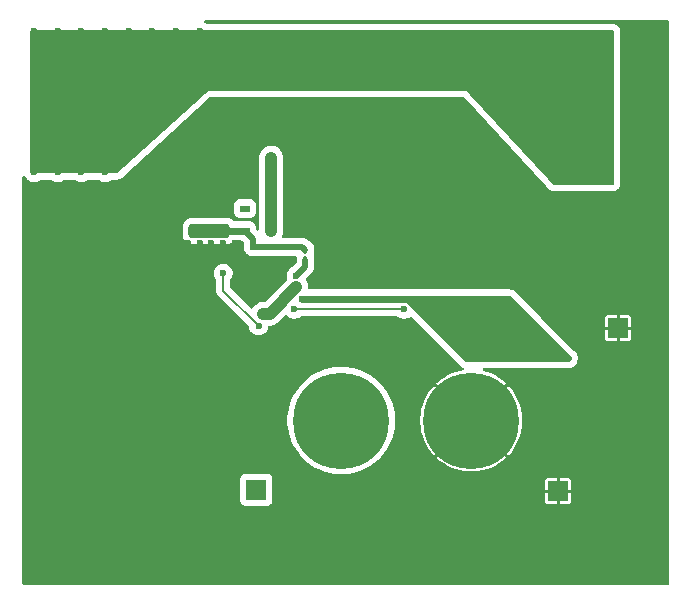
<source format=gbr>
%TF.GenerationSoftware,KiCad,Pcbnew,9.0.1*%
%TF.CreationDate,2025-11-16T17:24:42-08:00*%
%TF.ProjectId,Si-LTC7800,53692d4c-5443-4373-9830-302e6b696361,rev?*%
%TF.SameCoordinates,Original*%
%TF.FileFunction,Copper,L2,Bot*%
%TF.FilePolarity,Positive*%
%FSLAX46Y46*%
G04 Gerber Fmt 4.6, Leading zero omitted, Abs format (unit mm)*
G04 Created by KiCad (PCBNEW 9.0.1) date 2025-11-16 17:24:42*
%MOMM*%
%LPD*%
G01*
G04 APERTURE LIST*
G04 Aperture macros list*
%AMRoundRect*
0 Rectangle with rounded corners*
0 $1 Rounding radius*
0 $2 $3 $4 $5 $6 $7 $8 $9 X,Y pos of 4 corners*
0 Add a 4 corners polygon primitive as box body*
4,1,4,$2,$3,$4,$5,$6,$7,$8,$9,$2,$3,0*
0 Add four circle primitives for the rounded corners*
1,1,$1+$1,$2,$3*
1,1,$1+$1,$4,$5*
1,1,$1+$1,$6,$7*
1,1,$1+$1,$8,$9*
0 Add four rect primitives between the rounded corners*
20,1,$1+$1,$2,$3,$4,$5,0*
20,1,$1+$1,$4,$5,$6,$7,0*
20,1,$1+$1,$6,$7,$8,$9,0*
20,1,$1+$1,$8,$9,$2,$3,0*%
G04 Aperture macros list end*
%TA.AperFunction,Conductor*%
%ADD10C,0.200000*%
%TD*%
%TA.AperFunction,ComponentPad*%
%ADD11C,8.115000*%
%TD*%
%TA.AperFunction,ComponentPad*%
%ADD12R,1.700000X1.700000*%
%TD*%
%TA.AperFunction,SMDPad,CuDef*%
%ADD13RoundRect,0.250000X-0.475000X0.337500X-0.475000X-0.337500X0.475000X-0.337500X0.475000X0.337500X0*%
%TD*%
%TA.AperFunction,SMDPad,CuDef*%
%ADD14RoundRect,0.250000X0.475000X-0.337500X0.475000X0.337500X-0.475000X0.337500X-0.475000X-0.337500X0*%
%TD*%
%TA.AperFunction,SMDPad,CuDef*%
%ADD15R,0.850000X0.600000*%
%TD*%
%TA.AperFunction,SMDPad,CuDef*%
%ADD16RoundRect,0.100000X0.100000X-0.217500X0.100000X0.217500X-0.100000X0.217500X-0.100000X-0.217500X0*%
%TD*%
%TA.AperFunction,ViaPad*%
%ADD17C,0.600000*%
%TD*%
%TA.AperFunction,Conductor*%
%ADD18C,1.200000*%
%TD*%
%TA.AperFunction,Conductor*%
%ADD19C,0.500000*%
%TD*%
%TA.AperFunction,Conductor*%
%ADD20C,0.600000*%
%TD*%
%TA.AperFunction,Conductor*%
%ADD21C,1.000000*%
%TD*%
G04 APERTURE END LIST*
D10*
%TO.N,/Vout*%
X160000000Y-128000000D02*
X155000000Y-128000000D01*
X143000000Y-115000000D01*
X160000000Y-115000000D01*
X160000000Y-128000000D01*
%TA.AperFunction,Conductor*%
G36*
X160000000Y-128000000D02*
G01*
X155000000Y-128000000D01*
X143000000Y-115000000D01*
X160000000Y-115000000D01*
X160000000Y-128000000D01*
G37*
%TD.AperFunction*%
X125730359Y-120000000D02*
X118000000Y-127000000D01*
X110730359Y-127000000D01*
X110730359Y-115000000D01*
X125730359Y-115000000D01*
X125730359Y-120000000D01*
%TA.AperFunction,Conductor*%
G36*
X125730359Y-120000000D02*
G01*
X118000000Y-127000000D01*
X110730359Y-127000000D01*
X110730359Y-115000000D01*
X125730359Y-115000000D01*
X125730359Y-120000000D01*
G37*
%TD.AperFunction*%
X158000000Y-120000000D02*
X118000000Y-120000000D01*
X118000000Y-115000000D01*
X158000000Y-115000000D01*
X158000000Y-120000000D01*
%TA.AperFunction,Conductor*%
G36*
X158000000Y-120000000D02*
G01*
X118000000Y-120000000D01*
X118000000Y-115000000D01*
X158000000Y-115000000D01*
X158000000Y-120000000D01*
G37*
%TD.AperFunction*%
%TO.N,/VFB*%
X156381177Y-142891065D02*
X156302880Y-142969362D01*
X147562724Y-142969362D01*
X142315321Y-137721959D01*
X151212071Y-137721959D01*
X156381177Y-142891065D01*
%TA.AperFunction,Conductor*%
G36*
X156381177Y-142891065D02*
G01*
X156302880Y-142969362D01*
X147562724Y-142969362D01*
X142315321Y-137721959D01*
X151212071Y-137721959D01*
X156381177Y-142891065D01*
G37*
%TD.AperFunction*%
%TD*%
D11*
%TO.P,VSource_IN1,1,1*%
%TO.N,/VIN*%
X137000000Y-148000000D03*
%TD*%
D12*
%TO.P,VOUT1,1,Pin_1*%
%TO.N,/Vout*%
X156982531Y-126142225D03*
%TD*%
%TO.P,TP_VIN1,1,Pin_1*%
%TO.N,/VIN*%
X129801819Y-153856766D03*
%TD*%
D11*
%TO.P,VSource_GND1,1,1*%
%TO.N,GND*%
X148000000Y-148000000D03*
%TD*%
D12*
%TO.P,GND1,1,Pin_1*%
%TO.N,GND*%
X160447591Y-140176070D03*
%TD*%
%TO.P,TP_VIN2,1,Pin_1*%
%TO.N,GND*%
X155365514Y-153989340D03*
%TD*%
D13*
%TO.P,C2,1*%
%TO.N,GND*%
X126847879Y-129879050D03*
%TO.P,C2,2*%
%TO.N,/INTVCC*%
X126847879Y-131954050D03*
%TD*%
D14*
%TO.P,C2_EX1,1*%
%TO.N,/INTVCC*%
X124802858Y-131944038D03*
%TO.P,C2_EX1,2*%
%TO.N,GND*%
X124802858Y-129869038D03*
%TD*%
D15*
%TO.P,D1,1,A*%
%TO.N,/INTVCC*%
X128850000Y-131950000D03*
%TO.P,D1,2,NC*%
%TO.N,unconnected-(D1-NC-Pad2)*%
X128850000Y-130050000D03*
%TO.P,D1,3,K*%
%TO.N,/BOOST*%
X131150000Y-131000000D03*
%TD*%
D16*
%TO.P,R1,1*%
%TO.N,Net-(U1-PGOOD)*%
X133966857Y-134400781D03*
%TO.P,R1,2*%
%TO.N,/INTVCC*%
X133966857Y-133585781D03*
%TD*%
D17*
%TO.N,GND*%
X129000000Y-124000000D03*
X122000000Y-126000000D03*
X128000000Y-122000000D03*
X126000000Y-134000000D03*
X121000000Y-131000000D03*
X127000000Y-133000000D03*
X125000000Y-128000000D03*
X123000000Y-129000000D03*
X123000000Y-131000000D03*
X123000000Y-127000000D03*
X126000000Y-125000000D03*
X119000000Y-131000000D03*
X123000000Y-125000000D03*
X126000000Y-123000000D03*
X124000000Y-127000000D03*
X127000000Y-134000000D03*
X126000000Y-122000000D03*
X128000000Y-126000000D03*
X122000000Y-127000000D03*
X125000000Y-124000000D03*
X128000000Y-128000000D03*
X129000000Y-122000000D03*
X127000000Y-126000000D03*
X125000000Y-133000000D03*
X129000000Y-127000000D03*
X121000000Y-130000000D03*
X124000000Y-124000000D03*
X127000000Y-125000000D03*
X128000000Y-127000000D03*
X127000000Y-127000000D03*
X128000000Y-133000000D03*
X129000000Y-128000000D03*
X123000000Y-126000000D03*
X127000000Y-128000000D03*
X127000000Y-121000000D03*
X128000000Y-123000000D03*
X127000000Y-124000000D03*
X124000000Y-125000000D03*
X124000000Y-126000000D03*
X121000000Y-129000000D03*
X128000000Y-121000000D03*
X129000000Y-125000000D03*
X126000000Y-124000000D03*
X125000000Y-125000000D03*
X124000000Y-128000000D03*
X127000000Y-123000000D03*
X122000000Y-129000000D03*
X122000000Y-131000000D03*
X123000000Y-128000000D03*
X125000000Y-127000000D03*
X126000000Y-127000000D03*
X127000000Y-122000000D03*
X124000000Y-133000000D03*
X121000000Y-128000000D03*
X126000000Y-128000000D03*
X122000000Y-130000000D03*
X124000000Y-134000000D03*
X120000000Y-131000000D03*
X129000000Y-123000000D03*
X119000000Y-130000000D03*
X126000000Y-133000000D03*
X129000000Y-126000000D03*
X122000000Y-128000000D03*
X121000000Y-127000000D03*
X132791643Y-134441604D03*
X119000000Y-129000000D03*
X125000000Y-126000000D03*
X123000000Y-130000000D03*
X128000000Y-124000000D03*
X129000000Y-121000000D03*
X125000000Y-134000000D03*
X120000000Y-130000000D03*
X126000000Y-126000000D03*
X120000000Y-128000000D03*
X125000000Y-123000000D03*
X128000000Y-125000000D03*
X120000000Y-129000000D03*
%TO.N,/INTVCC*%
X129541546Y-133293218D03*
%TO.N,/BOOST*%
X131055754Y-131981697D03*
X131055754Y-125740699D03*
%TO.N,/Vout*%
X116000000Y-120000000D03*
X117000000Y-115000000D03*
X114000000Y-122000000D03*
X123000000Y-117000000D03*
X126000000Y-118000000D03*
X114000000Y-120000000D03*
X111000000Y-117000000D03*
X116000000Y-116000000D03*
X112000000Y-126000000D03*
X122000000Y-120000000D03*
X117000000Y-119000000D03*
X122000000Y-118000000D03*
X116000000Y-122000000D03*
X113000000Y-117000000D03*
X119000000Y-121000000D03*
X115000000Y-115000000D03*
X112000000Y-116000000D03*
X113000000Y-115000000D03*
X124000000Y-118000000D03*
X115000000Y-123000000D03*
X111000000Y-121000000D03*
X111000000Y-115000000D03*
X123000000Y-119000000D03*
X118000000Y-124000000D03*
X113000000Y-119000000D03*
X114000000Y-116000000D03*
X111000000Y-123000000D03*
X116000000Y-118000000D03*
X124000000Y-116000000D03*
X126000000Y-116000000D03*
X118000000Y-118000000D03*
X120000000Y-118000000D03*
X121000000Y-123000000D03*
X121000000Y-119000000D03*
X111000000Y-125000000D03*
X119000000Y-115000000D03*
X118000000Y-122000000D03*
X117000000Y-125000000D03*
X122000000Y-116000000D03*
X116000000Y-116000000D03*
X115000000Y-121000000D03*
X114000000Y-126000000D03*
X112000000Y-118000000D03*
X113000000Y-125000000D03*
X120000000Y-124000000D03*
X113000000Y-121000000D03*
X121000000Y-115000000D03*
X112000000Y-124000000D03*
X112000000Y-120000000D03*
X125000000Y-115000000D03*
X117000000Y-117000000D03*
X119000000Y-117000000D03*
X115000000Y-125000000D03*
X118000000Y-116000000D03*
X121000000Y-121000000D03*
X124000000Y-120000000D03*
X121000000Y-117000000D03*
X114000000Y-118000000D03*
X112000000Y-122000000D03*
X125000000Y-119000000D03*
X119000000Y-125000000D03*
X118000000Y-120000000D03*
X117000000Y-127000000D03*
X125000000Y-117000000D03*
X111000000Y-119000000D03*
X115000000Y-119000000D03*
X122000000Y-122000000D03*
X120000000Y-116000000D03*
X113000000Y-123000000D03*
X123000000Y-121000000D03*
X114000000Y-124000000D03*
X119000000Y-123000000D03*
X116000000Y-126000000D03*
X115000000Y-127000000D03*
X123000000Y-115000000D03*
X117000000Y-121000000D03*
X117000000Y-123000000D03*
X120000000Y-120000000D03*
X120000000Y-122000000D03*
X111000000Y-127000000D03*
X118000000Y-126000000D03*
X115000000Y-117000000D03*
X113000000Y-127000000D03*
X119000000Y-119000000D03*
X116000000Y-124000000D03*
%TO.N,/SENSE+*%
X142334423Y-138576406D03*
X133023955Y-138580578D03*
%TO.N,/VFB*%
X156228933Y-142738933D03*
X133640768Y-137677682D03*
%TO.N,/VIN*%
X130000000Y-140000000D03*
X127000000Y-135518467D03*
%TO.N,Net-(U1-PGOOD)*%
X133205977Y-135727623D03*
%TO.N,/ITH*%
X133192265Y-136655934D03*
X130394280Y-138962381D03*
%TD*%
D18*
%TO.N,/INTVCC*%
X126789457Y-131954050D02*
X124871292Y-131954050D01*
D19*
X133674294Y-133293218D02*
X133966857Y-133585781D01*
D20*
X128850000Y-131950000D02*
X126851929Y-131950000D01*
D19*
X129541546Y-133293218D02*
X129541546Y-132641546D01*
X129541546Y-132641546D02*
X128850000Y-131950000D01*
X129541546Y-133293218D02*
X133674294Y-133293218D01*
D21*
X124842081Y-131983261D02*
X124802858Y-131944038D01*
D10*
X126851929Y-131950000D02*
X126818668Y-131983261D01*
%TO.N,/BOOST*%
X131100984Y-132075161D02*
X131100984Y-132076113D01*
D21*
X131055754Y-125740699D02*
X131055754Y-131981697D01*
D10*
X131125101Y-132051044D02*
X131100984Y-132075161D01*
%TO.N,/Vout*%
X125230359Y-116500000D02*
X148070665Y-116500000D01*
%TO.N,/SENSE+*%
X140683827Y-138576406D02*
X142334423Y-138576406D01*
X133023955Y-138580578D02*
X140679655Y-138580578D01*
X140679655Y-138580578D02*
X140683827Y-138576406D01*
D20*
%TO.N,/VFB*%
X133640768Y-137677682D02*
X151167794Y-137677682D01*
X151167794Y-137677682D02*
X156228933Y-142738821D01*
X156228933Y-142738821D02*
X156228933Y-142738933D01*
D10*
%TO.N,/VIN*%
X127000000Y-135518467D02*
X127000000Y-137000000D01*
X127000000Y-137000000D02*
X130000000Y-140000000D01*
D19*
%TO.N,Net-(U1-PGOOD)*%
X133966857Y-134966743D02*
X133966857Y-134400781D01*
X133205977Y-135727623D02*
X133966857Y-134966743D01*
D21*
%TO.N,/ITH*%
X130938085Y-138962381D02*
X133192265Y-136708201D01*
X130394280Y-138962381D02*
X130938085Y-138962381D01*
%TD*%
%TA.AperFunction,Conductor*%
%TO.N,GND*%
G36*
X164692539Y-114120185D02*
G01*
X164738294Y-114172989D01*
X164749500Y-114224500D01*
X164749500Y-161775500D01*
X164729815Y-161842539D01*
X164677011Y-161888294D01*
X164625500Y-161899500D01*
X110124500Y-161899500D01*
X110057461Y-161879815D01*
X110011706Y-161827011D01*
X110000500Y-161775500D01*
X110000500Y-152958901D01*
X128451319Y-152958901D01*
X128451319Y-154754636D01*
X128451320Y-154754642D01*
X128457727Y-154814249D01*
X128508021Y-154949094D01*
X128508025Y-154949101D01*
X128594271Y-155064310D01*
X128594274Y-155064313D01*
X128709483Y-155150559D01*
X128709490Y-155150563D01*
X128844336Y-155200857D01*
X128844335Y-155200857D01*
X128851263Y-155201601D01*
X128903946Y-155207266D01*
X130699691Y-155207265D01*
X130759302Y-155200857D01*
X130894150Y-155150562D01*
X131009365Y-155064312D01*
X131095615Y-154949097D01*
X131145910Y-154814249D01*
X131152319Y-154754639D01*
X131152318Y-153796347D01*
X131152318Y-153114318D01*
X154261514Y-153114318D01*
X154261514Y-153862340D01*
X154881906Y-153862340D01*
X154865514Y-153923514D01*
X154865514Y-154055166D01*
X154881906Y-154116340D01*
X154261515Y-154116340D01*
X154261515Y-154864354D01*
X154276251Y-154938446D01*
X154276252Y-154938449D01*
X154332390Y-155022463D01*
X154416409Y-155078603D01*
X154416410Y-155078604D01*
X154490494Y-155093339D01*
X155238513Y-155093339D01*
X155238514Y-155093338D01*
X155238514Y-154472948D01*
X155299688Y-154489340D01*
X155431340Y-154489340D01*
X155492514Y-154472948D01*
X155492514Y-155093339D01*
X156240529Y-155093339D01*
X156314620Y-155078602D01*
X156314623Y-155078601D01*
X156398637Y-155022463D01*
X156454777Y-154938444D01*
X156454778Y-154938443D01*
X156469513Y-154864361D01*
X156469514Y-154864358D01*
X156469514Y-154116340D01*
X155849122Y-154116340D01*
X155865514Y-154055166D01*
X155865514Y-153923514D01*
X155849122Y-153862340D01*
X156469513Y-153862340D01*
X156469513Y-153114325D01*
X156454776Y-153040233D01*
X156454775Y-153040230D01*
X156398637Y-152956216D01*
X156314618Y-152900076D01*
X156314617Y-152900075D01*
X156240535Y-152885340D01*
X155492514Y-152885340D01*
X155492514Y-153505731D01*
X155431340Y-153489340D01*
X155299688Y-153489340D01*
X155238514Y-153505731D01*
X155238514Y-152885340D01*
X154490499Y-152885340D01*
X154416407Y-152900077D01*
X154416404Y-152900078D01*
X154332390Y-152956216D01*
X154276250Y-153040235D01*
X154276249Y-153040236D01*
X154261514Y-153114318D01*
X131152318Y-153114318D01*
X131152318Y-153108231D01*
X131152318Y-152958895D01*
X131152317Y-152958889D01*
X131152316Y-152958882D01*
X131147118Y-152910523D01*
X131145910Y-152899282D01*
X131095616Y-152764437D01*
X131095612Y-152764430D01*
X131009366Y-152649221D01*
X131009363Y-152649218D01*
X130894154Y-152562972D01*
X130894147Y-152562968D01*
X130759301Y-152512674D01*
X130759302Y-152512674D01*
X130699702Y-152506267D01*
X130699700Y-152506266D01*
X130699692Y-152506266D01*
X130699683Y-152506266D01*
X128903948Y-152506266D01*
X128903942Y-152506267D01*
X128844335Y-152512674D01*
X128709490Y-152562968D01*
X128709483Y-152562972D01*
X128594274Y-152649218D01*
X128594271Y-152649221D01*
X128508025Y-152764430D01*
X128508021Y-152764437D01*
X128457727Y-152899283D01*
X128451607Y-152956216D01*
X128451320Y-152958889D01*
X128451319Y-152958901D01*
X110000500Y-152958901D01*
X110000500Y-147800989D01*
X132442000Y-147800989D01*
X132442000Y-148199010D01*
X132476689Y-148595507D01*
X132545803Y-148987466D01*
X132545806Y-148987479D01*
X132648813Y-149371912D01*
X132648816Y-149371922D01*
X132648817Y-149371923D01*
X132720100Y-149567772D01*
X132784951Y-149745946D01*
X132953143Y-150106637D01*
X132953156Y-150106661D01*
X133152155Y-150451336D01*
X133152164Y-150451351D01*
X133380455Y-150777384D01*
X133496420Y-150915585D01*
X133636289Y-151082274D01*
X133917726Y-151363711D01*
X134026225Y-151454752D01*
X134222615Y-151619544D01*
X134222621Y-151619548D01*
X134222622Y-151619549D01*
X134548655Y-151847840D01*
X134789850Y-151987094D01*
X134893338Y-152046843D01*
X134893362Y-152046856D01*
X135254053Y-152215048D01*
X135254058Y-152215049D01*
X135254067Y-152215054D01*
X135628077Y-152351183D01*
X135628083Y-152351184D01*
X135628087Y-152351186D01*
X135732780Y-152379238D01*
X136012528Y-152454196D01*
X136404495Y-152523311D01*
X136800991Y-152557999D01*
X136800992Y-152558000D01*
X136800993Y-152558000D01*
X137199008Y-152558000D01*
X137199008Y-152557999D01*
X137595505Y-152523311D01*
X137987472Y-152454196D01*
X138371923Y-152351183D01*
X138745933Y-152215054D01*
X138749677Y-152213308D01*
X139106637Y-152046856D01*
X139106645Y-152046851D01*
X139106655Y-152046847D01*
X139451345Y-151847840D01*
X139777378Y-151619549D01*
X140082274Y-151363711D01*
X140363711Y-151082274D01*
X140619549Y-150777378D01*
X140847840Y-150451345D01*
X141046847Y-150106655D01*
X141046851Y-150106645D01*
X141046856Y-150106637D01*
X141215048Y-149745946D01*
X141215048Y-149745945D01*
X141215054Y-149745933D01*
X141351183Y-149371923D01*
X141454196Y-148987472D01*
X141523311Y-148595505D01*
X141558000Y-148199007D01*
X141558000Y-147800993D01*
X141523311Y-147404495D01*
X141454196Y-147012528D01*
X141351183Y-146628077D01*
X141215054Y-146254067D01*
X141215049Y-146254058D01*
X141215048Y-146254053D01*
X141046856Y-145893362D01*
X141046843Y-145893338D01*
X140987430Y-145790432D01*
X140847840Y-145548655D01*
X140619549Y-145222622D01*
X140619548Y-145222621D01*
X140619544Y-145222615D01*
X140363708Y-144917723D01*
X140082276Y-144636291D01*
X139777384Y-144380455D01*
X139451351Y-144152164D01*
X139451348Y-144152162D01*
X139451345Y-144152160D01*
X139348936Y-144093034D01*
X139106661Y-143953156D01*
X139106637Y-143953143D01*
X138745946Y-143784951D01*
X138745935Y-143784947D01*
X138745933Y-143784946D01*
X138371923Y-143648817D01*
X138371922Y-143648816D01*
X138371912Y-143648813D01*
X137987479Y-143545806D01*
X137987482Y-143545806D01*
X137987472Y-143545804D01*
X137798127Y-143512417D01*
X137595507Y-143476689D01*
X137199010Y-143442000D01*
X137199007Y-143442000D01*
X136800993Y-143442000D01*
X136800989Y-143442000D01*
X136404492Y-143476689D01*
X136012533Y-143545803D01*
X136012530Y-143545803D01*
X136012528Y-143545804D01*
X136012523Y-143545805D01*
X136012520Y-143545806D01*
X135628087Y-143648813D01*
X135254053Y-143784951D01*
X134893362Y-143953143D01*
X134893338Y-143953156D01*
X134548663Y-144152155D01*
X134548648Y-144152164D01*
X134222615Y-144380455D01*
X133917723Y-144636291D01*
X133636291Y-144917723D01*
X133380455Y-145222615D01*
X133152164Y-145548648D01*
X133152155Y-145548663D01*
X132953156Y-145893338D01*
X132953143Y-145893362D01*
X132784951Y-146254053D01*
X132648813Y-146628087D01*
X132545806Y-147012520D01*
X132545803Y-147012533D01*
X132476689Y-147404492D01*
X132442000Y-147800989D01*
X110000500Y-147800989D01*
X110000500Y-131556521D01*
X123577358Y-131556521D01*
X123577358Y-132331539D01*
X123577359Y-132331557D01*
X123587858Y-132434334D01*
X123587859Y-132434337D01*
X123633330Y-132571558D01*
X123643044Y-132600872D01*
X123735146Y-132750194D01*
X123859202Y-132874250D01*
X124008524Y-132966352D01*
X124175061Y-133021537D01*
X124277849Y-133032038D01*
X124632786Y-133032037D01*
X124652183Y-133033563D01*
X124784681Y-133054550D01*
X124784682Y-133054550D01*
X126876067Y-133054550D01*
X126876068Y-133054550D01*
X126925099Y-133046784D01*
X126945353Y-133043576D01*
X126964751Y-133042049D01*
X127372881Y-133042049D01*
X127372887Y-133042049D01*
X127475676Y-133031549D01*
X127642213Y-132976364D01*
X127791535Y-132884262D01*
X127888979Y-132786818D01*
X127950302Y-132753334D01*
X127976660Y-132750500D01*
X128377127Y-132750500D01*
X128537770Y-132750500D01*
X128567210Y-132759144D01*
X128597197Y-132765668D01*
X128602212Y-132769422D01*
X128604809Y-132770185D01*
X128625450Y-132786818D01*
X128750286Y-132911654D01*
X128783771Y-132972977D01*
X128778787Y-133042669D01*
X128777167Y-133046784D01*
X128771810Y-133059715D01*
X128771806Y-133059729D01*
X128741046Y-133214371D01*
X128741046Y-133372064D01*
X128771807Y-133526707D01*
X128771810Y-133526719D01*
X128832148Y-133672390D01*
X128832155Y-133672403D01*
X128919756Y-133803506D01*
X128919759Y-133803510D01*
X129031253Y-133915004D01*
X129031257Y-133915007D01*
X129162360Y-134002608D01*
X129162373Y-134002615D01*
X129261606Y-134043718D01*
X129308049Y-134062955D01*
X129462699Y-134093717D01*
X129462702Y-134093718D01*
X129462704Y-134093718D01*
X129620390Y-134093718D01*
X129620391Y-134093717D01*
X129696698Y-134078538D01*
X129775034Y-134062957D01*
X129775035Y-134062956D01*
X129775043Y-134062955D01*
X129798701Y-134053155D01*
X129846150Y-134043718D01*
X133121584Y-134043718D01*
X133188623Y-134063403D01*
X133234378Y-134116207D01*
X133244322Y-134185365D01*
X133243201Y-134191910D01*
X133216357Y-134326860D01*
X133216357Y-134604512D01*
X133196672Y-134671551D01*
X133180038Y-134692193D01*
X132890680Y-134981550D01*
X132850457Y-135008428D01*
X132826796Y-135018229D01*
X132826795Y-135018230D01*
X132695692Y-135105830D01*
X132695684Y-135105836D01*
X132584190Y-135217330D01*
X132584187Y-135217334D01*
X132496586Y-135348437D01*
X132496579Y-135348450D01*
X132436241Y-135494121D01*
X132436238Y-135494133D01*
X132405477Y-135648776D01*
X132405477Y-135806469D01*
X132437428Y-135967095D01*
X132435277Y-135967522D01*
X132435813Y-136027526D01*
X132404210Y-136081334D01*
X130559984Y-137925562D01*
X130498661Y-137959047D01*
X130472303Y-137961881D01*
X130295737Y-137961881D01*
X130102450Y-138000328D01*
X130102440Y-138000331D01*
X129920372Y-138075745D01*
X129920359Y-138075752D01*
X129756498Y-138185241D01*
X129756494Y-138185244D01*
X129617143Y-138324595D01*
X129617140Y-138324599D01*
X129523520Y-138464711D01*
X129469908Y-138509516D01*
X129400583Y-138518223D01*
X129337555Y-138488068D01*
X129332737Y-138483501D01*
X127636819Y-136787583D01*
X127603334Y-136726260D01*
X127600500Y-136699902D01*
X127600500Y-136098232D01*
X127620185Y-136031193D01*
X127621398Y-136029341D01*
X127709390Y-135897652D01*
X127709390Y-135897651D01*
X127709394Y-135897646D01*
X127769737Y-135751964D01*
X127800500Y-135597309D01*
X127800500Y-135439625D01*
X127800500Y-135439622D01*
X127800499Y-135439620D01*
X127769737Y-135284970D01*
X127769735Y-135284965D01*
X127709397Y-135139294D01*
X127709390Y-135139281D01*
X127621789Y-135008178D01*
X127621786Y-135008174D01*
X127510292Y-134896680D01*
X127510288Y-134896677D01*
X127379185Y-134809076D01*
X127379172Y-134809069D01*
X127233501Y-134748731D01*
X127233489Y-134748728D01*
X127078845Y-134717967D01*
X127078842Y-134717967D01*
X126921158Y-134717967D01*
X126921155Y-134717967D01*
X126766510Y-134748728D01*
X126766498Y-134748731D01*
X126620827Y-134809069D01*
X126620814Y-134809076D01*
X126489711Y-134896677D01*
X126489707Y-134896680D01*
X126378213Y-135008174D01*
X126378210Y-135008178D01*
X126290609Y-135139281D01*
X126290602Y-135139294D01*
X126230264Y-135284965D01*
X126230261Y-135284977D01*
X126199500Y-135439620D01*
X126199500Y-135597313D01*
X126230261Y-135751956D01*
X126230264Y-135751968D01*
X126290602Y-135897639D01*
X126290609Y-135897652D01*
X126378602Y-136029341D01*
X126399480Y-136096018D01*
X126399500Y-136098232D01*
X126399500Y-136913330D01*
X126399499Y-136913348D01*
X126399499Y-137079054D01*
X126399498Y-137079054D01*
X126399499Y-137079057D01*
X126440423Y-137231785D01*
X126458452Y-137263012D01*
X126458453Y-137263014D01*
X126458454Y-137263014D01*
X126519479Y-137368714D01*
X126519481Y-137368717D01*
X126638349Y-137487585D01*
X126638355Y-137487590D01*
X129165425Y-140014660D01*
X129198910Y-140075983D01*
X129199361Y-140078149D01*
X129230261Y-140233491D01*
X129230264Y-140233501D01*
X129290602Y-140379172D01*
X129290609Y-140379185D01*
X129378210Y-140510288D01*
X129378213Y-140510292D01*
X129489707Y-140621786D01*
X129489711Y-140621789D01*
X129620814Y-140709390D01*
X129620827Y-140709397D01*
X129766498Y-140769735D01*
X129766503Y-140769737D01*
X129921153Y-140800499D01*
X129921156Y-140800500D01*
X129921158Y-140800500D01*
X130078844Y-140800500D01*
X130078845Y-140800499D01*
X130233497Y-140769737D01*
X130379179Y-140709394D01*
X130510289Y-140621789D01*
X130621789Y-140510289D01*
X130709394Y-140379179D01*
X130769737Y-140233497D01*
X130794254Y-140110244D01*
X130800500Y-140078845D01*
X130800905Y-140074732D01*
X130812915Y-140044985D01*
X130823501Y-140014673D01*
X130825916Y-140012784D01*
X130827063Y-140009944D01*
X130853254Y-139991408D01*
X130878542Y-139971636D01*
X130882176Y-139970940D01*
X130884095Y-139969583D01*
X130912865Y-139963410D01*
X130918573Y-139962881D01*
X131036625Y-139962881D01*
X131036626Y-139962881D01*
X131133273Y-139943656D01*
X131229921Y-139924432D01*
X131283250Y-139902342D01*
X131411999Y-139849013D01*
X131575867Y-139739520D01*
X131715224Y-139600163D01*
X131715225Y-139600160D01*
X131722291Y-139593095D01*
X131722294Y-139593091D01*
X132225662Y-139089722D01*
X132286983Y-139056239D01*
X132356675Y-139061223D01*
X132401022Y-139089724D01*
X132513662Y-139202364D01*
X132513666Y-139202367D01*
X132644769Y-139289968D01*
X132644782Y-139289975D01*
X132780381Y-139346141D01*
X132790458Y-139350315D01*
X132924134Y-139376905D01*
X132945108Y-139381077D01*
X132945111Y-139381078D01*
X132945113Y-139381078D01*
X133102799Y-139381078D01*
X133102800Y-139381077D01*
X133257452Y-139350315D01*
X133403134Y-139289972D01*
X133487070Y-139233888D01*
X133534830Y-139201976D01*
X133601508Y-139181098D01*
X133603721Y-139181078D01*
X140600594Y-139181078D01*
X140600598Y-139181079D01*
X140758712Y-139181079D01*
X140773000Y-139177250D01*
X140787993Y-139176934D01*
X140788779Y-139177147D01*
X140790610Y-139176906D01*
X141754657Y-139176906D01*
X141821696Y-139196591D01*
X141823548Y-139197804D01*
X141955237Y-139285796D01*
X141955250Y-139285803D01*
X142100921Y-139346141D01*
X142100926Y-139346143D01*
X142255576Y-139376905D01*
X142255579Y-139376906D01*
X142255581Y-139376906D01*
X142413267Y-139376906D01*
X142413268Y-139376905D01*
X142567920Y-139346143D01*
X142703530Y-139289972D01*
X142713595Y-139285803D01*
X142713595Y-139285802D01*
X142713602Y-139285800D01*
X142814374Y-139218465D01*
X142881049Y-139197589D01*
X142948429Y-139216073D01*
X142970944Y-139233888D01*
X147134565Y-143397510D01*
X147134571Y-143397515D01*
X147259974Y-143493740D01*
X147259976Y-143493740D01*
X147259978Y-143493742D01*
X147305063Y-143512417D01*
X147359467Y-143556258D01*
X147381532Y-143622552D01*
X147364253Y-143690251D01*
X147313116Y-143737862D01*
X147279143Y-143749094D01*
X147065940Y-143786687D01*
X147065923Y-143786691D01*
X146702282Y-143884127D01*
X146348478Y-144012902D01*
X146348470Y-144012905D01*
X146007283Y-144172004D01*
X146007267Y-144172012D01*
X145681234Y-144360248D01*
X145681208Y-144360264D01*
X145372829Y-144576193D01*
X145084420Y-144818197D01*
X145041111Y-144861505D01*
X146177079Y-145997473D01*
X145997473Y-146177079D01*
X144861505Y-145041111D01*
X144818197Y-145084420D01*
X144576193Y-145372829D01*
X144360264Y-145681208D01*
X144360248Y-145681234D01*
X144172012Y-146007267D01*
X144172004Y-146007283D01*
X144012905Y-146348470D01*
X144012902Y-146348478D01*
X143884127Y-146702282D01*
X143786691Y-147065923D01*
X143786687Y-147065940D01*
X143721313Y-147436693D01*
X143721313Y-147436697D01*
X143688500Y-147811752D01*
X143688500Y-148188247D01*
X143721313Y-148563302D01*
X143721313Y-148563306D01*
X143786687Y-148934059D01*
X143786691Y-148934076D01*
X143884127Y-149297717D01*
X144012902Y-149651521D01*
X144012905Y-149651529D01*
X144172004Y-149992716D01*
X144172012Y-149992732D01*
X144360248Y-150318765D01*
X144360264Y-150318791D01*
X144576198Y-150627177D01*
X144818202Y-150915585D01*
X144861505Y-150958888D01*
X145997472Y-149822919D01*
X146177079Y-150002526D01*
X145041111Y-151138494D01*
X145084414Y-151181797D01*
X145372822Y-151423801D01*
X145681208Y-151639735D01*
X145681234Y-151639751D01*
X146007267Y-151827987D01*
X146007283Y-151827995D01*
X146348470Y-151987094D01*
X146348478Y-151987097D01*
X146702282Y-152115872D01*
X147065923Y-152213308D01*
X147065940Y-152213312D01*
X147436695Y-152278686D01*
X147811752Y-152311499D01*
X147811755Y-152311500D01*
X148188245Y-152311500D01*
X148188247Y-152311499D01*
X148563302Y-152278686D01*
X148563306Y-152278686D01*
X148934059Y-152213312D01*
X148934076Y-152213308D01*
X149297717Y-152115872D01*
X149651521Y-151987097D01*
X149651529Y-151987094D01*
X149992716Y-151827995D01*
X149992732Y-151827987D01*
X150318765Y-151639751D01*
X150318791Y-151639735D01*
X150627170Y-151423806D01*
X150915585Y-151181796D01*
X150958888Y-151138493D01*
X149822921Y-150002526D01*
X150002526Y-149822921D01*
X151138493Y-150958888D01*
X151181796Y-150915585D01*
X151423806Y-150627170D01*
X151639735Y-150318791D01*
X151639751Y-150318765D01*
X151827987Y-149992732D01*
X151827995Y-149992716D01*
X151987094Y-149651529D01*
X151987097Y-149651521D01*
X152115872Y-149297717D01*
X152213308Y-148934076D01*
X152213312Y-148934059D01*
X152278686Y-148563306D01*
X152278686Y-148563302D01*
X152311499Y-148188247D01*
X152311500Y-148188245D01*
X152311500Y-147811755D01*
X152311499Y-147811752D01*
X152278686Y-147436697D01*
X152278686Y-147436693D01*
X152213312Y-147065940D01*
X152213308Y-147065923D01*
X152115872Y-146702282D01*
X151987097Y-146348478D01*
X151987094Y-146348470D01*
X151827995Y-146007283D01*
X151827987Y-146007267D01*
X151639751Y-145681234D01*
X151639735Y-145681208D01*
X151423801Y-145372822D01*
X151181797Y-145084414D01*
X151138494Y-145041111D01*
X150002525Y-146177078D01*
X149822920Y-145997473D01*
X150958888Y-144861506D01*
X150958888Y-144861505D01*
X150915579Y-144818197D01*
X150627177Y-144576198D01*
X150318791Y-144360264D01*
X150318765Y-144360248D01*
X149992732Y-144172012D01*
X149992716Y-144172004D01*
X149651529Y-144012905D01*
X149651521Y-144012902D01*
X149297717Y-143884127D01*
X149053301Y-143818637D01*
X148993640Y-143782272D01*
X148963111Y-143719425D01*
X148971406Y-143650050D01*
X149015891Y-143596172D01*
X149082443Y-143574897D01*
X149085394Y-143574862D01*
X156302873Y-143574862D01*
X156302880Y-143574862D01*
X156459595Y-143554230D01*
X156605630Y-143493740D01*
X156731033Y-143397515D01*
X156809330Y-143319218D01*
X156905555Y-143193815D01*
X156929931Y-143134965D01*
X156935937Y-143123739D01*
X156935456Y-143123482D01*
X156938320Y-143118121D01*
X156938327Y-143118112D01*
X156998670Y-142972430D01*
X157029433Y-142817775D01*
X157029433Y-142659979D01*
X157007396Y-142549189D01*
X157007396Y-142549188D01*
X156998672Y-142505329D01*
X156998670Y-142505324D01*
X156967804Y-142430806D01*
X156967804Y-142430805D01*
X156938330Y-142359648D01*
X156938323Y-142359635D01*
X156850723Y-142228533D01*
X156850722Y-142228532D01*
X156739222Y-142117032D01*
X155887521Y-141265331D01*
X154961580Y-140339389D01*
X153923239Y-139301048D01*
X159343591Y-139301048D01*
X159343591Y-140049070D01*
X159963983Y-140049070D01*
X159947591Y-140110244D01*
X159947591Y-140241896D01*
X159963983Y-140303070D01*
X159343592Y-140303070D01*
X159343592Y-141051084D01*
X159358328Y-141125176D01*
X159358329Y-141125179D01*
X159414467Y-141209193D01*
X159498486Y-141265333D01*
X159498487Y-141265334D01*
X159572571Y-141280069D01*
X160320590Y-141280069D01*
X160320591Y-141280068D01*
X160320591Y-140659678D01*
X160381765Y-140676070D01*
X160513417Y-140676070D01*
X160574591Y-140659678D01*
X160574591Y-141280069D01*
X161322606Y-141280069D01*
X161396697Y-141265332D01*
X161396700Y-141265331D01*
X161480714Y-141209193D01*
X161536854Y-141125174D01*
X161536855Y-141125173D01*
X161551590Y-141051091D01*
X161551591Y-141051088D01*
X161551591Y-140303070D01*
X160931199Y-140303070D01*
X160947591Y-140241896D01*
X160947591Y-140110244D01*
X160931199Y-140049070D01*
X161551590Y-140049070D01*
X161551590Y-139301055D01*
X161536853Y-139226963D01*
X161536852Y-139226960D01*
X161480714Y-139142946D01*
X161396695Y-139086806D01*
X161396694Y-139086805D01*
X161322612Y-139072070D01*
X160574591Y-139072070D01*
X160574591Y-139692461D01*
X160513417Y-139676070D01*
X160381765Y-139676070D01*
X160320591Y-139692461D01*
X160320591Y-139072070D01*
X159572576Y-139072070D01*
X159498484Y-139086807D01*
X159498481Y-139086808D01*
X159414467Y-139142946D01*
X159358327Y-139226965D01*
X159358326Y-139226966D01*
X159343591Y-139301048D01*
X153923239Y-139301048D01*
X151678086Y-137055895D01*
X151678082Y-137055892D01*
X151546979Y-136968291D01*
X151546966Y-136968284D01*
X151401295Y-136907946D01*
X151401283Y-136907943D01*
X151246639Y-136877182D01*
X151246636Y-136877182D01*
X134316765Y-136877182D01*
X134249726Y-136857497D01*
X134203971Y-136804693D01*
X134192765Y-136753182D01*
X134192765Y-136609658D01*
X134192764Y-136609656D01*
X134154317Y-136416372D01*
X134154316Y-136416365D01*
X134078896Y-136234287D01*
X134078894Y-136234284D01*
X134078892Y-136234280D01*
X134007974Y-136128144D01*
X133987096Y-136061466D01*
X134005581Y-135994086D01*
X134023391Y-135971576D01*
X134549809Y-135445159D01*
X134599043Y-135371472D01*
X134631941Y-135322238D01*
X134688515Y-135185656D01*
X134717357Y-135040661D01*
X134717357Y-134326863D01*
X134717357Y-134326860D01*
X134688516Y-134181873D01*
X134688515Y-134181872D01*
X134688515Y-134181868D01*
X134671067Y-134139746D01*
X134662895Y-134109971D01*
X134662796Y-134109289D01*
X134651901Y-134026519D01*
X134650330Y-134022726D01*
X134648635Y-134010956D01*
X134651594Y-133990339D01*
X134651594Y-133968201D01*
X134650840Y-133968102D01*
X134651594Y-133962374D01*
X134651594Y-133961186D01*
X134651897Y-133960052D01*
X134651901Y-133960043D01*
X134662691Y-133878078D01*
X134671068Y-133846815D01*
X134688516Y-133804694D01*
X134717357Y-133659699D01*
X134717357Y-133511864D01*
X134688516Y-133366869D01*
X134671067Y-133324745D01*
X134662690Y-133293484D01*
X134651901Y-133211519D01*
X134591393Y-133065440D01*
X134495139Y-132939999D01*
X134495137Y-132939998D01*
X134495137Y-132939997D01*
X134369698Y-132843745D01*
X134369695Y-132843743D01*
X134249924Y-132794132D01*
X134249677Y-132793985D01*
X134249532Y-132793969D01*
X134248592Y-132793338D01*
X134219241Y-132775856D01*
X134214248Y-132771804D01*
X134152710Y-132710266D01*
X134076573Y-132659394D01*
X134071792Y-132656199D01*
X134071789Y-132656197D01*
X134029795Y-132628137D01*
X134029782Y-132628130D01*
X133893211Y-132571561D01*
X133893201Y-132571558D01*
X133748214Y-132542718D01*
X133748212Y-132542718D01*
X132091884Y-132542718D01*
X132024845Y-132523033D01*
X131979090Y-132470229D01*
X131969146Y-132401071D01*
X131977323Y-132371266D01*
X132017803Y-132273536D01*
X132017805Y-132273532D01*
X132030386Y-132210279D01*
X132056254Y-132080240D01*
X132056254Y-131464272D01*
X132064072Y-131420940D01*
X132064904Y-131418707D01*
X132069091Y-131407483D01*
X132075500Y-131347873D01*
X132075499Y-130652128D01*
X132069091Y-130592517D01*
X132069021Y-130592328D01*
X132064072Y-130579058D01*
X132056254Y-130535726D01*
X132056254Y-125642155D01*
X132017806Y-125448869D01*
X132017805Y-125448868D01*
X132017805Y-125448864D01*
X132017803Y-125448859D01*
X131942389Y-125266791D01*
X131942382Y-125266778D01*
X131832893Y-125102917D01*
X131832890Y-125102913D01*
X131693539Y-124963562D01*
X131693535Y-124963559D01*
X131529674Y-124854070D01*
X131529661Y-124854063D01*
X131347593Y-124778649D01*
X131347583Y-124778646D01*
X131154297Y-124740199D01*
X131154295Y-124740199D01*
X130957213Y-124740199D01*
X130957211Y-124740199D01*
X130763924Y-124778646D01*
X130763914Y-124778649D01*
X130581846Y-124854063D01*
X130581833Y-124854070D01*
X130417972Y-124963559D01*
X130417968Y-124963562D01*
X130278617Y-125102913D01*
X130278614Y-125102917D01*
X130169125Y-125266778D01*
X130169118Y-125266791D01*
X130093704Y-125448859D01*
X130093701Y-125448869D01*
X130055254Y-125642155D01*
X130055254Y-131794524D01*
X130049015Y-131815769D01*
X130047436Y-131837858D01*
X130039363Y-131848641D01*
X130035569Y-131861563D01*
X130018835Y-131876062D01*
X130005564Y-131893791D01*
X129992943Y-131898498D01*
X129982765Y-131907318D01*
X129960847Y-131910469D01*
X129940100Y-131918208D01*
X129926939Y-131915345D01*
X129913607Y-131917262D01*
X129893463Y-131908062D01*
X129871827Y-131903356D01*
X129854101Y-131890087D01*
X129850051Y-131888237D01*
X129843573Y-131882205D01*
X129811818Y-131850450D01*
X129778333Y-131789127D01*
X129775499Y-131762769D01*
X129775499Y-131602129D01*
X129775498Y-131602123D01*
X129769091Y-131542516D01*
X129718797Y-131407671D01*
X129718793Y-131407664D01*
X129632547Y-131292455D01*
X129632544Y-131292452D01*
X129517335Y-131206206D01*
X129517328Y-131206202D01*
X129382482Y-131155908D01*
X129382483Y-131155908D01*
X129322883Y-131149501D01*
X129322881Y-131149500D01*
X129322873Y-131149500D01*
X129322865Y-131149500D01*
X127968559Y-131149500D01*
X127901520Y-131129815D01*
X127880878Y-131113181D01*
X127791536Y-131023839D01*
X127791535Y-131023838D01*
X127642213Y-130931736D01*
X127475676Y-130876551D01*
X127475674Y-130876550D01*
X127372895Y-130866050D01*
X127372888Y-130866050D01*
X126964748Y-130866050D01*
X126945352Y-130864523D01*
X126925168Y-130861326D01*
X126876072Y-130853550D01*
X126876068Y-130853550D01*
X124784681Y-130853550D01*
X124784680Y-130853550D01*
X124778605Y-130854512D01*
X124759211Y-130856038D01*
X124277856Y-130856038D01*
X124277838Y-130856039D01*
X124175061Y-130866538D01*
X124175058Y-130866539D01*
X124008526Y-130921723D01*
X124008521Y-130921725D01*
X123859200Y-131013827D01*
X123735147Y-131137880D01*
X123643045Y-131287201D01*
X123643044Y-131287204D01*
X123587859Y-131453741D01*
X123587859Y-131453742D01*
X123587858Y-131453742D01*
X123577358Y-131556521D01*
X110000500Y-131556521D01*
X110000500Y-129702127D01*
X127924500Y-129702127D01*
X127924500Y-129702134D01*
X127924500Y-129702135D01*
X127924500Y-130397870D01*
X127924501Y-130397876D01*
X127930908Y-130457483D01*
X127981202Y-130592328D01*
X127981206Y-130592335D01*
X128067452Y-130707544D01*
X128067455Y-130707547D01*
X128182664Y-130793793D01*
X128182671Y-130793797D01*
X128317517Y-130844091D01*
X128317516Y-130844091D01*
X128324444Y-130844835D01*
X128377127Y-130850500D01*
X129322872Y-130850499D01*
X129382483Y-130844091D01*
X129517331Y-130793796D01*
X129632546Y-130707546D01*
X129718796Y-130592331D01*
X129769091Y-130457483D01*
X129775500Y-130397873D01*
X129775499Y-129702128D01*
X129769091Y-129642517D01*
X129718796Y-129507669D01*
X129718795Y-129507668D01*
X129718793Y-129507664D01*
X129632547Y-129392455D01*
X129632544Y-129392452D01*
X129517335Y-129306206D01*
X129517328Y-129306202D01*
X129382482Y-129255908D01*
X129382483Y-129255908D01*
X129322883Y-129249501D01*
X129322881Y-129249500D01*
X129322873Y-129249500D01*
X129322864Y-129249500D01*
X128377129Y-129249500D01*
X128377123Y-129249501D01*
X128317516Y-129255908D01*
X128182671Y-129306202D01*
X128182664Y-129306206D01*
X128067455Y-129392452D01*
X128067452Y-129392455D01*
X127981206Y-129507664D01*
X127981202Y-129507671D01*
X127930910Y-129642513D01*
X127930909Y-129642517D01*
X127924500Y-129702127D01*
X110000500Y-129702127D01*
X110000500Y-127400253D01*
X110007822Y-127375316D01*
X110011334Y-127349563D01*
X110017507Y-127342333D01*
X110020185Y-127333214D01*
X110039824Y-127316195D01*
X110056704Y-127296428D01*
X110065805Y-127293683D01*
X110072989Y-127287459D01*
X110098712Y-127283760D01*
X110123598Y-127276256D01*
X110132738Y-127278867D01*
X110142147Y-127277515D01*
X110165790Y-127288312D01*
X110190779Y-127295453D01*
X110200133Y-127303996D01*
X110205703Y-127306540D01*
X110217620Y-127318371D01*
X110220347Y-127321472D01*
X110302206Y-127428153D01*
X110338936Y-127456337D01*
X110346946Y-127465446D01*
X110349105Y-127470084D01*
X110356927Y-127478436D01*
X110378211Y-127510289D01*
X110378214Y-127510292D01*
X110378217Y-127510296D01*
X110489707Y-127621786D01*
X110489711Y-127621789D01*
X110620814Y-127709390D01*
X110620827Y-127709397D01*
X110766498Y-127769735D01*
X110766503Y-127769737D01*
X110921153Y-127800499D01*
X110921156Y-127800500D01*
X110921158Y-127800500D01*
X111078844Y-127800500D01*
X111078845Y-127800499D01*
X111233497Y-127769737D01*
X111379179Y-127709394D01*
X111379185Y-127709390D01*
X111503392Y-127626398D01*
X111570070Y-127605520D01*
X111572283Y-127605500D01*
X112427717Y-127605500D01*
X112494756Y-127625185D01*
X112496608Y-127626398D01*
X112620814Y-127709390D01*
X112620827Y-127709397D01*
X112766498Y-127769735D01*
X112766503Y-127769737D01*
X112921153Y-127800499D01*
X112921156Y-127800500D01*
X112921158Y-127800500D01*
X113078844Y-127800500D01*
X113078845Y-127800499D01*
X113233497Y-127769737D01*
X113379179Y-127709394D01*
X113379185Y-127709390D01*
X113503392Y-127626398D01*
X113570070Y-127605520D01*
X113572283Y-127605500D01*
X114427717Y-127605500D01*
X114494756Y-127625185D01*
X114496608Y-127626398D01*
X114620814Y-127709390D01*
X114620827Y-127709397D01*
X114766498Y-127769735D01*
X114766503Y-127769737D01*
X114921153Y-127800499D01*
X114921156Y-127800500D01*
X114921158Y-127800500D01*
X115078844Y-127800500D01*
X115078845Y-127800499D01*
X115233497Y-127769737D01*
X115379179Y-127709394D01*
X115379185Y-127709390D01*
X115503392Y-127626398D01*
X115570070Y-127605520D01*
X115572283Y-127605500D01*
X116427717Y-127605500D01*
X116494756Y-127625185D01*
X116496608Y-127626398D01*
X116620814Y-127709390D01*
X116620827Y-127709397D01*
X116766498Y-127769735D01*
X116766503Y-127769737D01*
X116921153Y-127800499D01*
X116921156Y-127800500D01*
X116921158Y-127800500D01*
X117078844Y-127800500D01*
X117078845Y-127800499D01*
X117233497Y-127769737D01*
X117379179Y-127709394D01*
X117379185Y-127709390D01*
X117503392Y-127626398D01*
X117570070Y-127605520D01*
X117572283Y-127605500D01*
X117999992Y-127605500D01*
X118000000Y-127605500D01*
X118127559Y-127591911D01*
X118276411Y-127538728D01*
X118406425Y-127448830D01*
X125928336Y-120637583D01*
X125991243Y-120607177D01*
X126011568Y-120605500D01*
X147295986Y-120605500D01*
X147363025Y-120625185D01*
X147387102Y-120645393D01*
X154320629Y-128156714D01*
X154555104Y-128410728D01*
X154571839Y-128428145D01*
X154571849Y-128428155D01*
X154655449Y-128492303D01*
X154697250Y-128524378D01*
X154843285Y-128584868D01*
X155000000Y-128605500D01*
X155000007Y-128605500D01*
X159999993Y-128605500D01*
X160000000Y-128605500D01*
X160156715Y-128584868D01*
X160302750Y-128524378D01*
X160428153Y-128428153D01*
X160524378Y-128302750D01*
X160584868Y-128156715D01*
X160605500Y-128000000D01*
X160605500Y-115000000D01*
X160584868Y-114843285D01*
X160524378Y-114697250D01*
X160428153Y-114571847D01*
X160302750Y-114475622D01*
X160302749Y-114475621D01*
X160302747Y-114475620D01*
X160208344Y-114436517D01*
X160156715Y-114415132D01*
X160137125Y-114412553D01*
X160000007Y-114394500D01*
X160000000Y-114394500D01*
X158000000Y-114394500D01*
X125730359Y-114394500D01*
X125572283Y-114394500D01*
X125554139Y-114389172D01*
X125535230Y-114388835D01*
X125507012Y-114375334D01*
X125505244Y-114374815D01*
X125503392Y-114373602D01*
X125434548Y-114327602D01*
X125389743Y-114273990D01*
X125381036Y-114204665D01*
X125411190Y-114141638D01*
X125470633Y-114104918D01*
X125503439Y-114100500D01*
X164625500Y-114100500D01*
X164692539Y-114120185D01*
G37*
%TD.AperFunction*%
%TD*%
M02*

</source>
